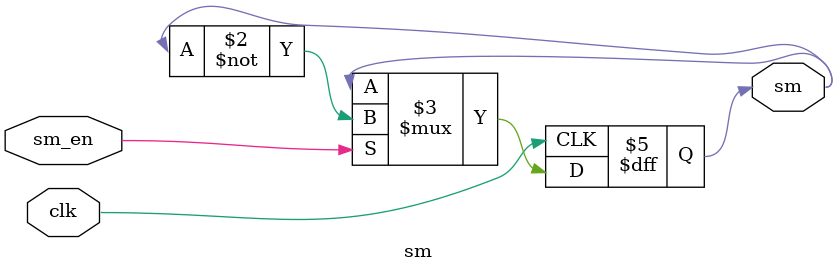
<source format=v>
module sm(clk, sm_en, sm);
	input wire clk, sm_en;
	output reg sm;

always @(negedge clk) begin
	if (sm_en) begin
		sm <= ~sm;
	end
end
endmodule
</source>
